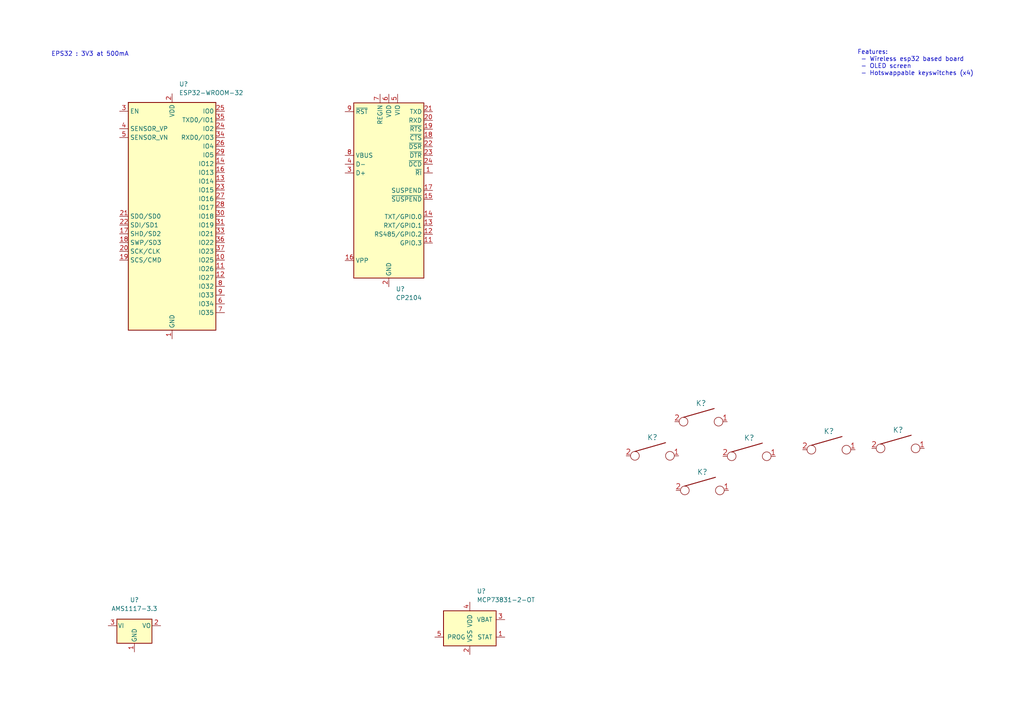
<source format=kicad_sch>
(kicad_sch (version 20211123) (generator eeschema)
  (paper "A4")
  (title_block (title "Gonk"))
  (lib_symbols
    (symbol "Battery_Management:MCP73831-2-OT" (pin_names (offset 1.016))
      (property "Reference" "U" (at -7.62 6.35 0))
      (property "Value" "MCP73831-2-OT" (at 1.27 6.35 0))
      (symbol "MCP73831-2-OT_0_1"
        (rectangle (start -7.62 5.08) (end 7.62 -5.08) (stroke (width 0.254)) (fill (type background)))
      )
      (symbol "MCP73831-2-OT_1_1"
        (pin output line (at 10.16 -2.54 180) (length 2.54) (name "STAT") (number "1"))
        (pin power_in line (at 0 -7.62 90) (length 2.54) (name "VSS") (number "2"))
        (pin power_out line (at 10.16 2.54 180) (length 2.54) (name "VBAT") (number "3"))
        (pin power_in line (at 0 7.62 270) (length 2.54) (name "VDD") (number "4"))
        (pin input line (at -10.16 -2.54 0) (length 2.54) (name "PROG") (number "5"))
      )
    )
    (symbol "Interface_USB:CP2104"
      (property "Reference" "U" (at -5.08 28.575 0))
      (property "Value" "CP2104" (at -5.08 26.67 0))
      (symbol "CP2104_1_1"
        (rectangle (start -10.16 25.4) (end 10.16 -25.4) (stroke (width 0.254)) (fill (type background)))
        (pin input line (at 12.7 5.08 180) (length 2.54) (name "~{RI}") (number "1"))
        (pin no_connect line (at 10.16 -20.32 180) (length 2.54) hide (name "NC") (number "10"))
        (pin bidirectional line (at 12.7 -15.24 180) (length 2.54) (name "GPIO.3") (number "11"))
        (pin bidirectional line (at 12.7 -12.7 180) (length 2.54) (name "RS485/GPIO.2") (number "12"))
        (pin bidirectional line (at 12.7 -10.16 180) (length 2.54) (name "RXT/GPIO.1") (number "13"))
        (pin bidirectional line (at 12.7 -7.62 180) (length 2.54) (name "TXT/GPIO.0") (number "14"))
        (pin output line (at 12.7 -2.54 180) (length 2.54) (name "~{SUSPEND}") (number "15"))
        (pin passive line (at -12.7 -20.32 0) (length 2.54) (name "VPP") (number "16"))
        (pin output line (at 12.7 0 180) (length 2.54) (name "SUSPEND") (number "17"))
        (pin input line (at 12.7 15.24 180) (length 2.54) (name "~{CTS}") (number "18"))
        (pin output line (at 12.7 17.78 180) (length 2.54) (name "~{RTS}") (number "19"))
        (pin power_in line (at 0 -27.94 90) (length 2.54) (name "GND") (number "2"))
        (pin input line (at 12.7 20.32 180) (length 2.54) (name "RXD") (number "20"))
        (pin output line (at 12.7 22.86 180) (length 2.54) (name "TXD") (number "21"))
        (pin input line (at 12.7 12.7 180) (length 2.54) (name "~{DSR}") (number "22"))
        (pin output line (at 12.7 10.16 180) (length 2.54) (name "~{DTR}") (number "23"))
        (pin input line (at 12.7 7.62 180) (length 2.54) (name "~{DCD}") (number "24"))
        (pin passive line (at 0 -27.94 90) (length 2.54) hide (name "GND") (number "25"))
        (pin bidirectional line (at -12.7 5.08 0) (length 2.54) (name "D+") (number "3"))
        (pin bidirectional line (at -12.7 7.62 0) (length 2.54) (name "D-") (number "4"))
        (pin power_in line (at 2.54 27.94 270) (length 2.54) (name "VIO") (number "5"))
        (pin power_in line (at 0 27.94 270) (length 2.54) (name "VDD") (number "6"))
        (pin power_in line (at -2.54 27.94 270) (length 2.54) (name "REGIN") (number "7"))
        (pin input line (at -12.7 10.16 0) (length 2.54) (name "VBUS") (number "8"))
        (pin bidirectional line (at -12.7 22.86 0) (length 2.54) (name "~{RST}") (number "9"))
      )
    )
    (symbol "RF_Module:ESP32-WROOM-32"
      (property "Reference" "U" (at -12.7 34.29 0))
      (property "Value" "ESP32-WROOM-32" (at 1.27 34.29 0))
      (symbol "ESP32-WROOM-32_0_1"
        (rectangle (start -12.7 33.02) (end 12.7 -33.02) (stroke (width 0.254)) (fill (type background)))
      )
      (symbol "ESP32-WROOM-32_1_1"
        (pin power_in line (at 0 -35.56 90) (length 2.54) (name "GND") (number "1"))
        (pin bidirectional line (at 15.24 -12.7 180) (length 2.54) (name "IO25") (number "10"))
        (pin bidirectional line (at 15.24 -15.24 180) (length 2.54) (name "IO26") (number "11"))
        (pin bidirectional line (at 15.24 -17.78 180) (length 2.54) (name "IO27") (number "12"))
        (pin bidirectional line (at 15.24 10.16 180) (length 2.54) (name "IO14") (number "13"))
        (pin bidirectional line (at 15.24 15.24 180) (length 2.54) (name "IO12") (number "14"))
        (pin passive line (at 0 -35.56 90) (length 2.54) hide (name "GND") (number "15"))
        (pin bidirectional line (at 15.24 12.7 180) (length 2.54) (name "IO13") (number "16"))
        (pin bidirectional line (at -15.24 -5.08 0) (length 2.54) (name "SHD/SD2") (number "17"))
        (pin bidirectional line (at -15.24 -7.62 0) (length 2.54) (name "SWP/SD3") (number "18"))
        (pin bidirectional line (at -15.24 -12.7 0) (length 2.54) (name "SCS/CMD") (number "19"))
        (pin power_in line (at 0 35.56 270) (length 2.54) (name "VDD") (number "2"))
        (pin bidirectional line (at -15.24 -10.16 0) (length 2.54) (name "SCK/CLK") (number "20"))
        (pin bidirectional line (at -15.24 0 0) (length 2.54) (name "SDO/SD0") (number "21"))
        (pin bidirectional line (at -15.24 -2.54 0) (length 2.54) (name "SDI/SD1") (number "22"))
        (pin bidirectional line (at 15.24 7.62 180) (length 2.54) (name "IO15") (number "23"))
        (pin bidirectional line (at 15.24 25.4 180) (length 2.54) (name "IO2") (number "24"))
        (pin bidirectional line (at 15.24 30.48 180) (length 2.54) (name "IO0") (number "25"))
        (pin bidirectional line (at 15.24 20.32 180) (length 2.54) (name "IO4") (number "26"))
        (pin bidirectional line (at 15.24 5.08 180) (length 2.54) (name "IO16") (number "27"))
        (pin bidirectional line (at 15.24 2.54 180) (length 2.54) (name "IO17") (number "28"))
        (pin bidirectional line (at 15.24 17.78 180) (length 2.54) (name "IO5") (number "29"))
        (pin input line (at -15.24 30.48 0) (length 2.54) (name "EN") (number "3"))
        (pin bidirectional line (at 15.24 0 180) (length 2.54) (name "IO18") (number "30"))
        (pin bidirectional line (at 15.24 -2.54 180) (length 2.54) (name "IO19") (number "31"))
        (pin no_connect line (at -12.7 -27.94 0) (length 2.54) hide (name "NC") (number "32"))
        (pin bidirectional line (at 15.24 -5.08 180) (length 2.54) (name "IO21") (number "33"))
        (pin bidirectional line (at 15.24 22.86 180) (length 2.54) (name "RXD0/IO3") (number "34"))
        (pin bidirectional line (at 15.24 27.94 180) (length 2.54) (name "TXD0/IO1") (number "35"))
        (pin bidirectional line (at 15.24 -7.62 180) (length 2.54) (name "IO22") (number "36"))
        (pin bidirectional line (at 15.24 -10.16 180) (length 2.54) (name "IO23") (number "37"))
        (pin passive line (at 0 -35.56 90) (length 2.54) hide (name "GND") (number "38"))
        (pin passive line (at 0 -35.56 90) (length 2.54) hide (name "GND") (number "39"))
        (pin input line (at -15.24 25.4 0) (length 2.54) (name "SENSOR_VP") (number "4"))
        (pin input line (at -15.24 22.86 0) (length 2.54) (name "SENSOR_VN") (number "5"))
        (pin input line (at 15.24 -25.4 180) (length 2.54) (name "IO34") (number "6"))
        (pin input line (at 15.24 -27.94 180) (length 2.54) (name "IO35") (number "7"))
        (pin bidirectional line (at 15.24 -20.32 180) (length 2.54) (name "IO32") (number "8"))
        (pin bidirectional line (at 15.24 -22.86 180) (length 2.54) (name "IO33") (number "9"))
      )
    )
    (symbol "Regulator_Linear:AMS1117-3.3" (pin_names (offset 0.254))
      (property "Reference" "U" (at -3.81 3.175 0))
      (property "Value" "AMS1117-3.3" (at 0 3.175 0))
      (symbol "AMS1117-3.3_0_1"
        (rectangle (start -5.08 -5.08) (end 5.08 1.905) (stroke (width 0.254)) (fill (type background)))
      )
      (symbol "AMS1117-3.3_1_1"
        (pin power_in line (at 0 -7.62 90) (length 2.54) (name "GND") (number "1"))
        (pin power_out line (at 7.62 0 180) (length 2.54) (name "VO") (number "2"))
        (pin power_in line (at -7.62 0 0) (length 2.54) (name "VI") (number "3"))
      )
    )
    (symbol "keyboard_parts:KEYSW" (pin_names (offset 1.016))
      (property "Reference" "K?" (at -1.27 0 0))
      (symbol "KEYSW_0_1"
        (circle (center -5.08 0) (radius 1.27))
        (polyline (pts (xy -5.08 1.27) (xy 3.81 3.81)) (stroke (width 0.254)))
        (circle (center 5.08 0) (radius 1.27))
      )
      (symbol "KEYSW_1_1"
        (pin passive line (at 7.62 0 180) (length 1.27) (name "~") (number "1"))
        (pin passive line (at -7.62 0 0) (length 1.27) (name "~") (number "2"))
      )
    )
  )
  (text "Features:\n - Wireless esp32 based board\n - OLED screen\n - Hotswappable keyswitches (x4)\n\n" (at 248.666 24.13 0) (effects (font (size 1.27 1.27)) (justify left bottom)))
  (text "EPS32 : 3V3 at 500mA" (at 14.859 16.51 0) (effects (font (size 1.27 1.27)) (justify left bottom)))
  (symbol (lib_id "keyboard_parts:KEYSW") (at 217.297 132.334 0) (unit 1)
    (property "Reference" "K?" (at 217.297 127 0) (effects (font (size 1.524 1.524))))
    (property "Value" "KEYSW" (effects hide))
  )
  (symbol (lib_id "Interface_USB:CP2104") (at 112.776 55.245 0) (unit 1)
    (property "Reference" "U?" (at 114.7954 83.82 0) (effects (justify left)))
    (property "Value" "CP2104" (at 114.7954 86.36 0) (effects (justify left)))
    (property "Footprint" "Package_DFN_QFN:QFN-24-1EP_4x4mm_P0.5mm_EP2.6x2.6mm" (effects hide))
    (property "Datasheet" "https://www.silabs.com/documents/public/data-sheets/cp2104.pdf" (effects hide))
  )
  (symbol (lib_id "keyboard_parts:KEYSW") (at 203.708 142.24 0) (unit 1)
    (property "Reference" "K?" (at 203.708 136.906 0) (effects (font (size 1.524 1.524))))
    (property "Value" "KEYSW" (effects hide))
  )
  (symbol (lib_id "keyboard_parts:KEYSW") (at 189.23 132.207 0) (unit 1)
    (property "Reference" "K?" (at 189.23 126.873 0) (effects (font (size 1.524 1.524))))
    (property "Value" "KEYSW" (effects hide))
  )
  (symbol (lib_id "keyboard_parts:KEYSW") (at 260.477 130.048 0) (unit 1)
    (property "Reference" "K?" (at 260.477 124.714 0) (effects (font (size 1.524 1.524))))
    (property "Value" "KEYSW" (effects hide))
  )
  (symbol (lib_id "Regulator_Linear:AMS1117-3.3") (at 38.989 181.483 0) (unit 1)
    (property "Reference" "U?" (at 38.989 173.99 0))
    (property "Value" "AMS1117-3.3" (at 38.989 176.53 0))
    (property "Footprint" "Package_TO_SOT_SMD:SOT-223-3_TabPin2" (effects hide))
    (property "Datasheet" "http://www.advanced-monolithic.com/pdf/ds1117.pdf" (effects hide))
  )
  (symbol (lib_id "keyboard_parts:KEYSW") (at 240.411 130.429 0) (unit 1)
    (property "Reference" "K?" (at 240.411 125.095 0) (effects (font (size 1.524 1.524))))
    (property "Value" "KEYSW" (effects hide))
  )
  (symbol (lib_id "keyboard_parts:KEYSW") (at 203.327 122.301 0) (unit 1)
    (property "Reference" "K?" (at 203.327 116.967 0) (effects (font (size 1.524 1.524))))
    (property "Value" "KEYSW" (effects hide))
  )
  (symbol (lib_id "Battery_Management:MCP73831-2-OT") (at 136.271 182.245 0) (unit 1)
    (property "Reference" "U?" (at 138.2904 171.45 0) (effects (justify left)))
    (property "Value" "MCP73831-2-OT" (at 138.2904 173.99 0) (effects (justify left)))
    (property "Footprint" "Package_TO_SOT_SMD:SOT-23-5" (effects hide))
    (property "Datasheet" "http://ww1.microchip.com/downloads/en/DeviceDoc/20001984g.pdf" (effects hide))
  )
  (symbol (lib_id "RF_Module:ESP32-WROOM-32") (at 49.911 62.738 0) (unit 1)
    (property "Reference" "U?" (at 51.9304 24.384 0) (effects (justify left)))
    (property "Value" "ESP32-WROOM-32" (at 51.9304 26.924 0) (effects (justify left)))
    (property "Footprint" "RF_Module:ESP32-WROOM-32" (effects hide))
    (property "Datasheet" "https://www.espressif.com/sites/default/files/documentation/esp32-wroom-32_datasheet_en.pdf" (effects hide))
  )
)
</source>
